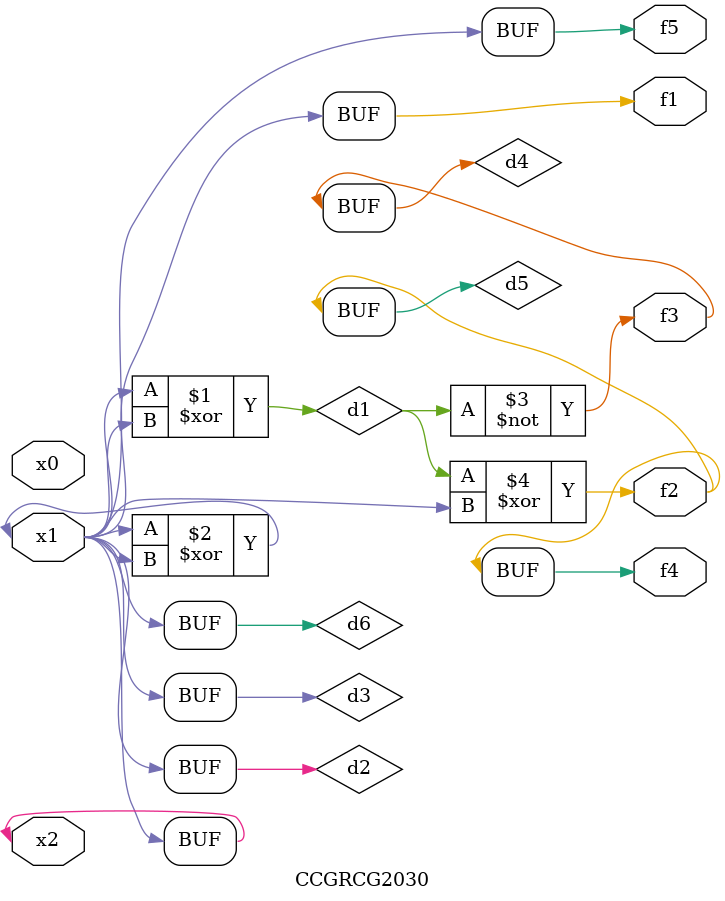
<source format=v>
module CCGRCG2030(
	input x0, x1, x2,
	output f1, f2, f3, f4, f5
);

	wire d1, d2, d3, d4, d5, d6;

	xor (d1, x1, x2);
	buf (d2, x1, x2);
	xor (d3, x1, x2);
	nor (d4, d1);
	xor (d5, d1, d2);
	buf (d6, d2, d3);
	assign f1 = d6;
	assign f2 = d5;
	assign f3 = d4;
	assign f4 = d5;
	assign f5 = d6;
endmodule

</source>
